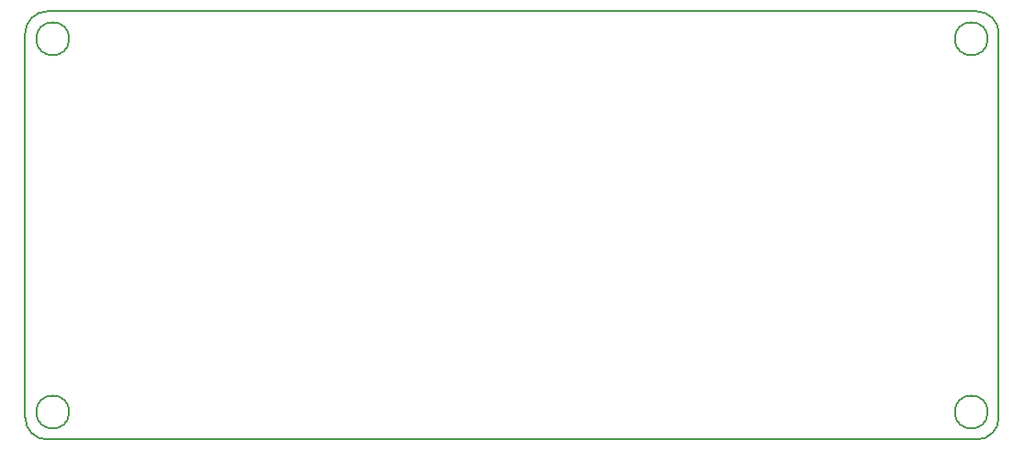
<source format=gbr>
G04 #@! TF.FileFunction,Profile,NP*
%FSLAX46Y46*%
G04 Gerber Fmt 4.6, Leading zero omitted, Abs format (unit mm)*
G04 Created by KiCad (PCBNEW 4.0.2-4+6225~38~ubuntu15.10.1-stable) date Sat 04 Jun 2016 12:10:52 PM PDT*
%MOMM*%
G01*
G04 APERTURE LIST*
%ADD10C,0.100000*%
%ADD11C,0.150000*%
G04 APERTURE END LIST*
D10*
D11*
X167132000Y-115824000D02*
G75*
G03X167132000Y-115824000I-1524000J0D01*
G01*
X167132000Y-81280000D02*
G75*
G03X167132000Y-81280000I-1524000J0D01*
G01*
X82296000Y-81280000D02*
G75*
G03X82296000Y-81280000I-1524000J0D01*
G01*
X82296000Y-115824000D02*
G75*
G03X82296000Y-115824000I-1524000J0D01*
G01*
X80264000Y-78740000D02*
X166116000Y-78740000D01*
X78232000Y-116332000D02*
X78232000Y-80772000D01*
X166116000Y-118364000D02*
X80264000Y-118364000D01*
X168148000Y-80772000D02*
X168148000Y-116332000D01*
X166116000Y-118364000D02*
G75*
G03X168148000Y-116332000I0J2032000D01*
G01*
X168148000Y-80772000D02*
G75*
G03X166116000Y-78740000I-2032000J0D01*
G01*
X80264000Y-78740000D02*
G75*
G03X78232000Y-80772000I0J-2032000D01*
G01*
X78232000Y-116332000D02*
G75*
G03X80264000Y-118364000I2032000J0D01*
G01*
M02*

</source>
